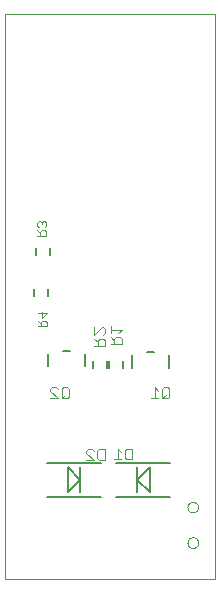
<source format=gbo>
G75*
%MOIN*%
%OFA0B0*%
%FSLAX24Y24*%
%IPPOS*%
%LPD*%
%AMOC8*
5,1,8,0,0,1.08239X$1,22.5*
%
%ADD10C,0.0000*%
%ADD11C,0.0060*%
%ADD12C,0.0030*%
%ADD13C,0.0040*%
D10*
X000150Y000200D02*
X000150Y019020D01*
X007142Y019020D01*
X007142Y000200D01*
X000150Y000200D01*
X006223Y001409D02*
X006225Y001435D01*
X006231Y001461D01*
X006241Y001486D01*
X006254Y001509D01*
X006270Y001529D01*
X006290Y001547D01*
X006312Y001562D01*
X006335Y001574D01*
X006361Y001582D01*
X006387Y001586D01*
X006413Y001586D01*
X006439Y001582D01*
X006465Y001574D01*
X006489Y001562D01*
X006510Y001547D01*
X006530Y001529D01*
X006546Y001509D01*
X006559Y001486D01*
X006569Y001461D01*
X006575Y001435D01*
X006577Y001409D01*
X006575Y001383D01*
X006569Y001357D01*
X006559Y001332D01*
X006546Y001309D01*
X006530Y001289D01*
X006510Y001271D01*
X006488Y001256D01*
X006465Y001244D01*
X006439Y001236D01*
X006413Y001232D01*
X006387Y001232D01*
X006361Y001236D01*
X006335Y001244D01*
X006311Y001256D01*
X006290Y001271D01*
X006270Y001289D01*
X006254Y001309D01*
X006241Y001332D01*
X006231Y001357D01*
X006225Y001383D01*
X006223Y001409D01*
X006223Y002591D02*
X006225Y002617D01*
X006231Y002643D01*
X006241Y002668D01*
X006254Y002691D01*
X006270Y002711D01*
X006290Y002729D01*
X006312Y002744D01*
X006335Y002756D01*
X006361Y002764D01*
X006387Y002768D01*
X006413Y002768D01*
X006439Y002764D01*
X006465Y002756D01*
X006489Y002744D01*
X006510Y002729D01*
X006530Y002711D01*
X006546Y002691D01*
X006559Y002668D01*
X006569Y002643D01*
X006575Y002617D01*
X006577Y002591D01*
X006575Y002565D01*
X006569Y002539D01*
X006559Y002514D01*
X006546Y002491D01*
X006530Y002471D01*
X006510Y002453D01*
X006488Y002438D01*
X006465Y002426D01*
X006439Y002418D01*
X006413Y002414D01*
X006387Y002414D01*
X006361Y002418D01*
X006335Y002426D01*
X006311Y002438D01*
X006290Y002453D01*
X006270Y002471D01*
X006254Y002491D01*
X006241Y002514D01*
X006231Y002539D01*
X006225Y002565D01*
X006223Y002591D01*
D11*
X005650Y002925D02*
X003850Y002925D01*
X003850Y004075D02*
X005650Y004075D01*
X004971Y003918D02*
X004971Y003082D01*
X004553Y003500D01*
X004971Y003918D01*
X004553Y003918D02*
X004553Y003500D01*
X004553Y003082D01*
X003350Y002925D02*
X001550Y002925D01*
X001550Y004075D02*
X003350Y004075D01*
X002647Y003918D02*
X002647Y003500D01*
X002229Y003918D01*
X002229Y003082D01*
X002647Y003500D01*
X002647Y003082D01*
X003064Y007232D02*
X003064Y007468D01*
X002819Y007290D02*
X002819Y007707D01*
X002316Y007810D02*
X002078Y007810D01*
X001581Y007707D02*
X001581Y007290D01*
X001586Y009632D02*
X001586Y009868D01*
X001636Y010982D02*
X001636Y011218D01*
X001164Y011218D02*
X001164Y010982D01*
X001114Y009868D02*
X001114Y009632D01*
X003536Y007468D02*
X003536Y007232D01*
X003614Y007232D02*
X003614Y007468D01*
X004086Y007468D02*
X004086Y007232D01*
X004381Y007240D02*
X004381Y007657D01*
X004878Y007760D02*
X005116Y007760D01*
X005619Y007657D02*
X005619Y007240D01*
D12*
X005560Y006585D02*
X005436Y006585D01*
X005375Y006524D01*
X005375Y006277D01*
X005436Y006215D01*
X005560Y006215D01*
X005622Y006277D01*
X005622Y006524D01*
X005560Y006585D01*
X005498Y006338D02*
X005375Y006215D01*
X005253Y006215D02*
X005006Y006215D01*
X005130Y006215D02*
X005130Y006585D01*
X005253Y006462D01*
X004035Y008015D02*
X004035Y008200D01*
X003974Y008262D01*
X003850Y008262D01*
X003788Y008200D01*
X003788Y008015D01*
X003788Y008138D02*
X003665Y008262D01*
X003665Y008383D02*
X003665Y008630D01*
X003665Y008507D02*
X004035Y008507D01*
X003912Y008383D01*
X004035Y008015D02*
X003665Y008015D01*
X003485Y007965D02*
X003485Y008150D01*
X003424Y008212D01*
X003300Y008212D01*
X003238Y008150D01*
X003238Y007965D01*
X003238Y008088D02*
X003115Y008212D01*
X003115Y008333D02*
X003362Y008580D01*
X003424Y008580D01*
X003485Y008518D01*
X003485Y008395D01*
X003424Y008333D01*
X003485Y007965D02*
X003115Y007965D01*
X003115Y008333D02*
X003115Y008580D01*
X002210Y006585D02*
X002272Y006524D01*
X002272Y006277D01*
X002210Y006215D01*
X002086Y006215D01*
X002025Y006277D01*
X002025Y006524D01*
X002086Y006585D01*
X002210Y006585D01*
X002148Y006338D02*
X002025Y006215D01*
X001903Y006215D02*
X001656Y006462D01*
X001656Y006524D01*
X001718Y006585D01*
X001842Y006585D01*
X001903Y006524D01*
X001903Y006215D02*
X001656Y006215D01*
X001530Y008615D02*
X001240Y008615D01*
X001337Y008615D02*
X001337Y008760D01*
X001385Y008808D01*
X001482Y008808D01*
X001530Y008760D01*
X001530Y008615D01*
X001337Y008712D02*
X001240Y008808D01*
X001240Y009055D02*
X001530Y009055D01*
X001385Y008910D01*
X001385Y009103D01*
X001317Y011626D02*
X001317Y011771D01*
X001365Y011819D01*
X001462Y011819D01*
X001510Y011771D01*
X001510Y011626D01*
X001220Y011626D01*
X001317Y011722D02*
X001220Y011819D01*
X001268Y011920D02*
X001220Y011969D01*
X001220Y012065D01*
X001268Y012114D01*
X001317Y012114D01*
X001365Y012065D01*
X001365Y012017D01*
X001365Y012065D02*
X001413Y012114D01*
X001462Y012114D01*
X001510Y012065D01*
X001510Y011969D01*
X001462Y011920D01*
D13*
X002915Y004518D02*
X003035Y004518D01*
X003095Y004458D01*
X003223Y004458D02*
X003283Y004518D01*
X003463Y004518D01*
X003463Y004158D01*
X003283Y004158D01*
X003223Y004218D01*
X003223Y004458D01*
X003095Y004158D02*
X002855Y004398D01*
X002855Y004458D01*
X002915Y004518D01*
X002855Y004158D02*
X003095Y004158D01*
X003775Y004182D02*
X004015Y004182D01*
X004143Y004242D02*
X004143Y004482D01*
X004203Y004542D01*
X004383Y004542D01*
X004383Y004182D01*
X004203Y004182D01*
X004143Y004242D01*
X004015Y004422D02*
X003895Y004542D01*
X003895Y004182D01*
M02*

</source>
